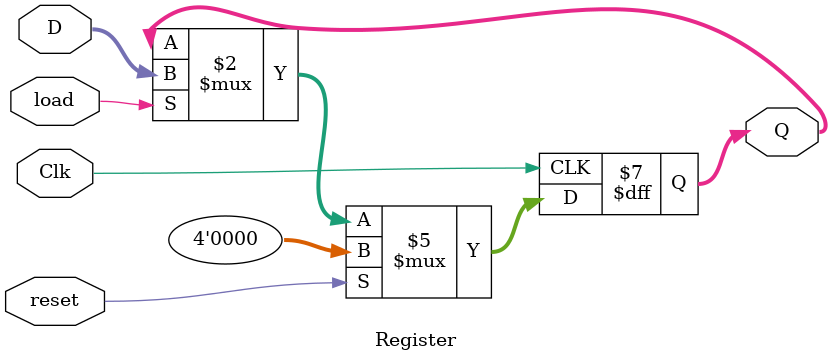
<source format=v>
`timescale 1ns / 1ps


module Register(
    input [3:0]D,
    input Clk,
    input reset,
    input load,
    output reg [3:0]Q
    );
    
    always @(posedge Clk)
        if (reset)
        begin
            Q <= 4'b0;
        end
        else if (load)
        begin
            Q <= D; 
        end
endmodule

</source>
